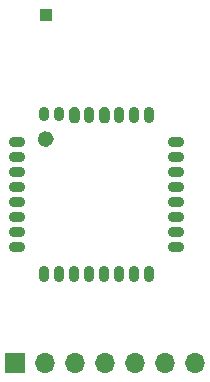
<source format=gbr>
%TF.GenerationSoftware,KiCad,Pcbnew,(5.1.8)-1*%
%TF.CreationDate,2021-01-29T11:55:22+09:00*%
%TF.ProjectId,REF_TWELITE_REVF_ANT,5245465f-5457-4454-9c49-54455f524556,rev?*%
%TF.SameCoordinates,Original*%
%TF.FileFunction,Soldermask,Top*%
%TF.FilePolarity,Negative*%
%FSLAX46Y46*%
G04 Gerber Fmt 4.6, Leading zero omitted, Abs format (unit mm)*
G04 Created by KiCad (PCBNEW (5.1.8)-1) date 2021-01-29 11:55:22*
%MOMM*%
%LPD*%
G01*
G04 APERTURE LIST*
%ADD10C,0.300000*%
%ADD11C,0.750000*%
%ADD12O,0.900000X1.400000*%
%ADD13O,1.400000X0.900000*%
%ADD14O,0.900000X1.200000*%
%ADD15R,1.000000X1.000000*%
%ADD16C,0.100000*%
%ADD17O,1.700000X1.700000*%
%ADD18R,1.700000X1.700000*%
G04 APERTURE END LIST*
D10*
%TO.C,U1*%
X108673825Y-67118601D02*
G75*
G03*
X108673825Y-67118601I-100000J0D01*
G01*
D11*
X108874600Y-69388601D02*
G75*
G03*
X108874600Y-69388601I-300000J0D01*
G01*
%TD*%
D12*
%TO.C,U1*%
X112274600Y-67368601D03*
X114814600Y-67368601D03*
X116084600Y-67368601D03*
D13*
X119644600Y-69658601D03*
X119644600Y-70928601D03*
X119644600Y-72198601D03*
X119644600Y-73468601D03*
X119644600Y-74738601D03*
X119644600Y-76008601D03*
X119644600Y-77278601D03*
D12*
X117354600Y-80838601D03*
X116084600Y-80838601D03*
X114814600Y-80838601D03*
X113544600Y-80838601D03*
X112274600Y-80838601D03*
X111004600Y-80838601D03*
X109734600Y-80838601D03*
D13*
X106174600Y-78548601D03*
X106174600Y-77278601D03*
X106174600Y-76008601D03*
X106174600Y-74738601D03*
X106174600Y-73468601D03*
X106174600Y-72198601D03*
X106174600Y-70928601D03*
D14*
X109734600Y-67268601D03*
D15*
X108574603Y-58888606D03*
D16*
G36*
X111451304Y-67568601D02*
G01*
X111454054Y-67596521D01*
X111454054Y-67640681D01*
X111449725Y-67684630D01*
X111441110Y-67727942D01*
X111428291Y-67770201D01*
X111411391Y-67811001D01*
X111390574Y-67849947D01*
X111366039Y-67886666D01*
X111338024Y-67920803D01*
X111306798Y-67952029D01*
X111272661Y-67980044D01*
X111235942Y-68004579D01*
X111196996Y-68025396D01*
X111156196Y-68042296D01*
X111113937Y-68055115D01*
X111070625Y-68063730D01*
X111026676Y-68068059D01*
X110982516Y-68068059D01*
X110938567Y-68063730D01*
X110895255Y-68055115D01*
X110852996Y-68042296D01*
X110812196Y-68025396D01*
X110773250Y-68004579D01*
X110736531Y-67980044D01*
X110702394Y-67952029D01*
X110671168Y-67920803D01*
X110643153Y-67886666D01*
X110618618Y-67849947D01*
X110597801Y-67811001D01*
X110580901Y-67770201D01*
X110568082Y-67727942D01*
X110559467Y-67684630D01*
X110555138Y-67640681D01*
X110555138Y-67596521D01*
X110557888Y-67568601D01*
X110554596Y-67568601D01*
X110554596Y-67068601D01*
X110557888Y-67068601D01*
X110559467Y-67052572D01*
X110568082Y-67009260D01*
X110580901Y-66967001D01*
X110597801Y-66926201D01*
X110618618Y-66887255D01*
X110643153Y-66850536D01*
X110671168Y-66816399D01*
X110702394Y-66785173D01*
X110736531Y-66757158D01*
X110773250Y-66732623D01*
X110812196Y-66711806D01*
X110852996Y-66694906D01*
X110895255Y-66682087D01*
X110938567Y-66673472D01*
X110982516Y-66669143D01*
X111026676Y-66669143D01*
X111070625Y-66673472D01*
X111113937Y-66682087D01*
X111156196Y-66694906D01*
X111196996Y-66711806D01*
X111235942Y-66732623D01*
X111272661Y-66757158D01*
X111306798Y-66785173D01*
X111338024Y-66816399D01*
X111366039Y-66850536D01*
X111390574Y-66887255D01*
X111411391Y-66926201D01*
X111428291Y-66967001D01*
X111441110Y-67009260D01*
X111449725Y-67052572D01*
X111451304Y-67068601D01*
X111454596Y-67068601D01*
X111454596Y-67568601D01*
X111451304Y-67568601D01*
G37*
D14*
X108464596Y-67268601D03*
D12*
X117354600Y-67368601D03*
D16*
G36*
X113991308Y-67568601D02*
G01*
X113994058Y-67596521D01*
X113994058Y-67640681D01*
X113989729Y-67684630D01*
X113981114Y-67727942D01*
X113968295Y-67770201D01*
X113951395Y-67811001D01*
X113930578Y-67849947D01*
X113906043Y-67886666D01*
X113878028Y-67920803D01*
X113846802Y-67952029D01*
X113812665Y-67980044D01*
X113775946Y-68004579D01*
X113737000Y-68025396D01*
X113696200Y-68042296D01*
X113653941Y-68055115D01*
X113610629Y-68063730D01*
X113566680Y-68068059D01*
X113522520Y-68068059D01*
X113478571Y-68063730D01*
X113435259Y-68055115D01*
X113393000Y-68042296D01*
X113352200Y-68025396D01*
X113313254Y-68004579D01*
X113276535Y-67980044D01*
X113242398Y-67952029D01*
X113211172Y-67920803D01*
X113183157Y-67886666D01*
X113158622Y-67849947D01*
X113137805Y-67811001D01*
X113120905Y-67770201D01*
X113108086Y-67727942D01*
X113099471Y-67684630D01*
X113095142Y-67640681D01*
X113095142Y-67596521D01*
X113097892Y-67568601D01*
X113094600Y-67568601D01*
X113094600Y-67068601D01*
X113097892Y-67068601D01*
X113099471Y-67052572D01*
X113108086Y-67009260D01*
X113120905Y-66967001D01*
X113137805Y-66926201D01*
X113158622Y-66887255D01*
X113183157Y-66850536D01*
X113211172Y-66816399D01*
X113242398Y-66785173D01*
X113276535Y-66757158D01*
X113313254Y-66732623D01*
X113352200Y-66711806D01*
X113393000Y-66694906D01*
X113435259Y-66682087D01*
X113478571Y-66673472D01*
X113522520Y-66669143D01*
X113566680Y-66669143D01*
X113610629Y-66673472D01*
X113653941Y-66682087D01*
X113696200Y-66694906D01*
X113737000Y-66711806D01*
X113775946Y-66732623D01*
X113812665Y-66757158D01*
X113846802Y-66785173D01*
X113878028Y-66816399D01*
X113906043Y-66850536D01*
X113930578Y-66887255D01*
X113951395Y-66926201D01*
X113968295Y-66967001D01*
X113981114Y-67009260D01*
X113989729Y-67052572D01*
X113991308Y-67068601D01*
X113994600Y-67068601D01*
X113994600Y-67568601D01*
X113991308Y-67568601D01*
G37*
D13*
X106174600Y-69658601D03*
D12*
X108464600Y-80838601D03*
D13*
X119644600Y-78548601D03*
%TD*%
D17*
%TO.C,J2*%
X121221500Y-88341200D03*
X118681500Y-88341200D03*
X116141500Y-88341200D03*
X113601500Y-88341200D03*
X111061500Y-88341200D03*
X108521500Y-88341200D03*
D18*
X105981500Y-88341200D03*
%TD*%
M02*

</source>
